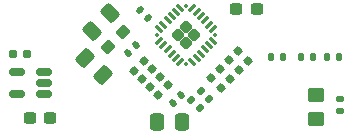
<source format=gbr>
%TF.GenerationSoftware,KiCad,Pcbnew,8.0.7*%
%TF.CreationDate,2024-12-23T17:36:37-05:00*%
%TF.ProjectId,tac5212_audio_board_single_ended,74616335-3231-4325-9f61-7564696f5f62,rev?*%
%TF.SameCoordinates,Original*%
%TF.FileFunction,Paste,Top*%
%TF.FilePolarity,Positive*%
%FSLAX46Y46*%
G04 Gerber Fmt 4.6, Leading zero omitted, Abs format (unit mm)*
G04 Created by KiCad (PCBNEW 8.0.7) date 2024-12-23 17:36:37*
%MOMM*%
%LPD*%
G01*
G04 APERTURE LIST*
G04 Aperture macros list*
%AMRoundRect*
0 Rectangle with rounded corners*
0 $1 Rounding radius*
0 $2 $3 $4 $5 $6 $7 $8 $9 X,Y pos of 4 corners*
0 Add a 4 corners polygon primitive as box body*
4,1,4,$2,$3,$4,$5,$6,$7,$8,$9,$2,$3,0*
0 Add four circle primitives for the rounded corners*
1,1,$1+$1,$2,$3*
1,1,$1+$1,$4,$5*
1,1,$1+$1,$6,$7*
1,1,$1+$1,$8,$9*
0 Add four rect primitives between the rounded corners*
20,1,$1+$1,$2,$3,$4,$5,0*
20,1,$1+$1,$4,$5,$6,$7,0*
20,1,$1+$1,$6,$7,$8,$9,0*
20,1,$1+$1,$8,$9,$2,$3,0*%
%AMFreePoly0*
4,1,25,0.251037,0.433748,0.282717,0.409439,0.409439,0.282717,0.449030,0.214145,0.454242,0.174554,0.454242,-0.174554,0.433748,-0.251037,0.409439,-0.282717,0.282717,-0.409439,0.214145,-0.449030,0.174554,-0.454242,-0.174554,-0.454242,-0.251037,-0.433748,-0.282717,-0.409439,-0.409439,-0.282717,-0.449030,-0.214145,-0.454242,-0.174554,-0.454242,0.174554,-0.433748,0.251037,-0.409439,0.282717,
-0.282717,0.409439,-0.214145,0.449030,-0.174554,0.454242,0.174554,0.454242,0.251037,0.433748,0.251037,0.433748,$1*%
G04 Aperture macros list end*
%ADD10RoundRect,0.160000X0.252791X-0.026517X-0.026517X0.252791X-0.252791X0.026517X0.026517X-0.252791X0*%
%ADD11RoundRect,0.135000X-0.226274X-0.035355X-0.035355X-0.226274X0.226274X0.035355X0.035355X0.226274X0*%
%ADD12RoundRect,0.250000X0.337500X0.475000X-0.337500X0.475000X-0.337500X-0.475000X0.337500X-0.475000X0*%
%ADD13RoundRect,0.160000X-0.026517X-0.252791X0.252791X0.026517X0.026517X0.252791X-0.252791X-0.026517X0*%
%ADD14RoundRect,0.140000X0.219203X0.021213X0.021213X0.219203X-0.219203X-0.021213X-0.021213X-0.219203X0*%
%ADD15RoundRect,0.250000X0.574524X0.097227X0.097227X0.574524X-0.574524X-0.097227X-0.097227X-0.574524X0*%
%ADD16RoundRect,0.150000X0.512500X0.150000X-0.512500X0.150000X-0.512500X-0.150000X0.512500X-0.150000X0*%
%ADD17RoundRect,0.135000X-0.185000X0.135000X-0.185000X-0.135000X0.185000X-0.135000X0.185000X0.135000X0*%
%ADD18RoundRect,0.237500X-0.300000X-0.237500X0.300000X-0.237500X0.300000X0.237500X-0.300000X0.237500X0*%
%ADD19RoundRect,0.140000X-0.021213X0.219203X-0.219203X0.021213X0.021213X-0.219203X0.219203X-0.021213X0*%
%ADD20RoundRect,0.250000X-0.097227X0.574524X-0.574524X0.097227X0.097227X-0.574524X0.574524X-0.097227X0*%
%ADD21RoundRect,0.250000X-0.450000X0.350000X-0.450000X-0.350000X0.450000X-0.350000X0.450000X0.350000X0*%
%ADD22RoundRect,0.140000X0.021213X-0.219203X0.219203X-0.021213X-0.021213X0.219203X-0.219203X0.021213X0*%
%ADD23RoundRect,0.135000X-0.135000X-0.185000X0.135000X-0.185000X0.135000X0.185000X-0.135000X0.185000X0*%
%ADD24RoundRect,0.237500X-0.044194X-0.380070X0.380070X0.044194X0.044194X0.380070X-0.380070X-0.044194X0*%
%ADD25RoundRect,0.135000X0.135000X0.185000X-0.135000X0.185000X-0.135000X-0.185000X0.135000X-0.185000X0*%
%ADD26FreePoly0,45.000000*%
%ADD27RoundRect,0.062500X-0.185616X-0.274004X0.274004X0.185616X0.185616X0.274004X-0.274004X-0.185616X0*%
%ADD28RoundRect,0.062500X0.185616X-0.274004X0.274004X-0.185616X-0.185616X0.274004X-0.274004X0.185616X0*%
%ADD29RoundRect,0.062500X0.000000X-0.088388X0.088388X0.000000X0.000000X0.088388X-0.088388X0.000000X0*%
%ADD30RoundRect,0.160000X-0.197500X-0.160000X0.197500X-0.160000X0.197500X0.160000X-0.197500X0.160000X0*%
%ADD31RoundRect,0.135000X0.226274X0.035355X0.035355X0.226274X-0.226274X-0.035355X-0.035355X-0.226274X0*%
G04 APERTURE END LIST*
D10*
%TO.C,R113*%
X112937059Y-114705168D03*
X112092067Y-113860176D03*
%TD*%
D11*
%TO.C,R121*%
X109617194Y-116508362D03*
X110338442Y-117229610D03*
%TD*%
D10*
%TO.C,R112*%
X113677789Y-113964439D03*
X112832797Y-113119447D03*
%TD*%
D12*
%TO.C,C111*%
X108818261Y-118400000D03*
X106743261Y-118400000D03*
%TD*%
D10*
%TO.C,R114*%
X112157509Y-115484718D03*
X111312517Y-114639726D03*
%TD*%
D13*
%TO.C,R115*%
X105445334Y-114708704D03*
X106290326Y-113863712D03*
%TD*%
D14*
%TO.C,C109*%
X105939411Y-109539411D03*
X105260589Y-108860589D03*
%TD*%
D15*
%TO.C,C115*%
X102133623Y-114433623D03*
X100666377Y-112966377D03*
%TD*%
D16*
%TO.C,U108*%
X97137500Y-116050000D03*
X97137500Y-115100000D03*
X97137500Y-114150000D03*
X94862500Y-114150000D03*
X94862500Y-116050000D03*
%TD*%
D13*
%TO.C,R118*%
X106788837Y-116052207D03*
X107633829Y-115207215D03*
%TD*%
D17*
%TO.C,R126*%
X122200000Y-116390000D03*
X122200000Y-117410000D03*
%TD*%
D18*
%TO.C,C118*%
X113437500Y-108800000D03*
X115162500Y-108800000D03*
%TD*%
D19*
%TO.C,C116*%
X104937914Y-111892722D03*
X104259092Y-112571544D03*
%TD*%
D20*
%TO.C,C108*%
X102733623Y-109166377D03*
X101266377Y-110633623D03*
%TD*%
D21*
%TO.C,D116*%
X120200000Y-116100000D03*
X120200000Y-118100000D03*
%TD*%
D22*
%TO.C,C112*%
X108060589Y-116739411D03*
X108739411Y-116060589D03*
%TD*%
D10*
%TO.C,R110*%
X114420251Y-113221977D03*
X113575259Y-112376985D03*
%TD*%
D18*
%TO.C,C128*%
X95937500Y-118000000D03*
X97662500Y-118000000D03*
%TD*%
D23*
%TO.C,R123*%
X121090000Y-112900000D03*
X122110000Y-112900000D03*
%TD*%
D24*
%TO.C,C119*%
X102590120Y-112009880D03*
X103809880Y-110790120D03*
%TD*%
D25*
%TO.C,R124*%
X117410000Y-112900000D03*
X116390000Y-112900000D03*
%TD*%
D13*
%TO.C,R119*%
X104773583Y-114036952D03*
X105618575Y-113191960D03*
%TD*%
%TO.C,R117*%
X106117086Y-115380455D03*
X106962078Y-114535463D03*
%TD*%
D26*
%TO.C,TAC5212*%
X108510571Y-111000000D03*
X109200000Y-111689429D03*
X109200000Y-110310571D03*
X109889429Y-111000000D03*
D27*
X106910742Y-111521491D03*
X107264295Y-111875045D03*
X107617849Y-112228598D03*
X107971402Y-112582151D03*
X108324955Y-112935705D03*
X108678509Y-113289258D03*
D28*
X109721491Y-113289258D03*
X110075045Y-112935705D03*
X110428598Y-112582151D03*
X110782151Y-112228598D03*
X111135705Y-111875045D03*
X111489258Y-111521491D03*
D27*
X111489258Y-110478509D03*
X111135705Y-110124955D03*
X110782151Y-109771402D03*
X110428598Y-109417849D03*
X110075045Y-109064295D03*
X109721491Y-108710742D03*
D28*
X108678509Y-108710742D03*
X108324955Y-109064295D03*
X107971402Y-109417849D03*
X107617849Y-109771402D03*
X107264295Y-110124955D03*
X106910742Y-110478509D03*
D29*
X106767553Y-111000000D03*
X109200000Y-113432447D03*
X111632447Y-111000000D03*
X109200000Y-108567553D03*
%TD*%
D25*
%TO.C,R122*%
X119910000Y-112900000D03*
X118890000Y-112900000D03*
%TD*%
D30*
%TO.C,R125*%
X94502500Y-112600000D03*
X95697500Y-112600000D03*
%TD*%
D31*
%TO.C,R120*%
X111141385Y-116460624D03*
X110420137Y-115739376D03*
%TD*%
M02*

</source>
